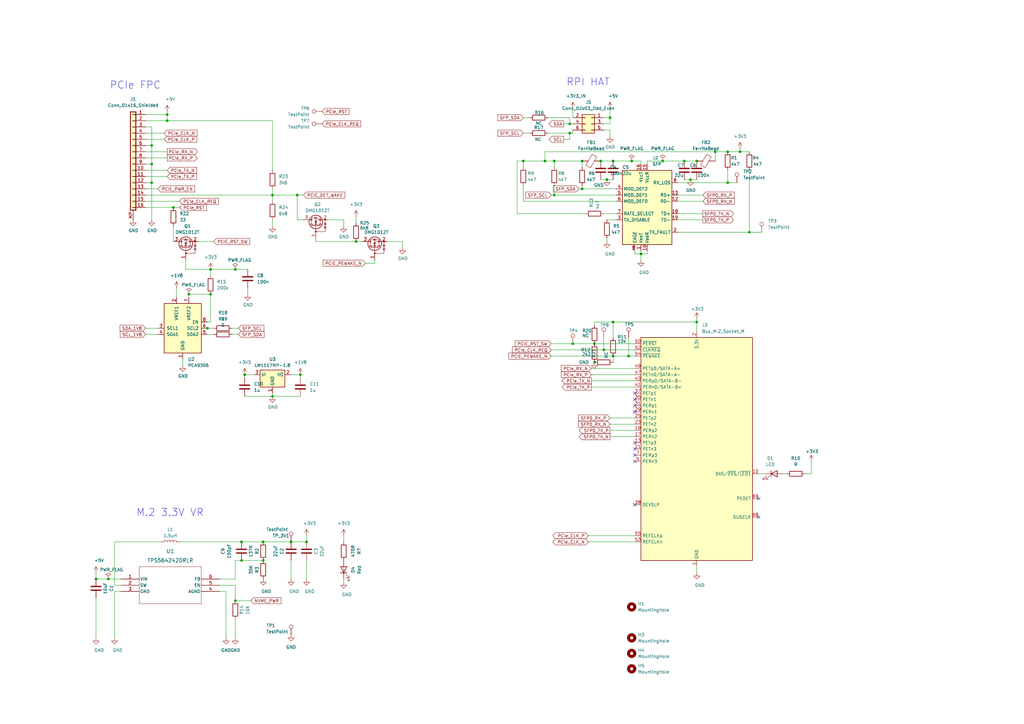
<source format=kicad_sch>
(kicad_sch (version 20250114) (generator "eeschema") (generator_version "9.0")
  (paper "A3")
  (title_block (title "RPI5-CFE-Hat") (date "2024-03-23") (company "Will Whang"))
  (text "PCIe FPC" (at 66.04 36.83 0) (effects (font (size 3 3)) (justify right bottom)))
  (text "M.2 3.3V VR" (at 55.88 212.09 0) (effects (font (size 3 3)) (justify left bottom)))
  (text "RPI HAT" (at 250.19 35.56 0) (effects (font (size 3 3)) (justify right bottom)))
  (junction (at 62.23 67.31))
  (junction (at 285.75 66.04))
  (junction (at 68.58 46.99))
  (junction (at 243.84 148.59))
  (junction (at 62.23 74.93))
  (junction (at 251.46 146.05))
  (junction (at 248.92 73.66))
  (junction (at 99.06 229.87))
  (junction (at 107.95 229.87))
  (junction (at 293.37 62.23))
  (junction (at 238.76 77.47))
  (junction (at 96.52 246.38))
  (junction (at 251.46 66.04))
  (junction (at 285.75 132.08))
  (junction (at 227.33 66.04))
  (junction (at 99.06 222.25))
  (junction (at 246.38 66.04))
  (junction (at 71.12 85.09))
  (junction (at 214.63 66.04))
  (junction (at 86.36 110.49))
  (junction (at 121.92 80.01))
  (junction (at 100.33 153.67))
  (junction (at 77.47 120.65))
  (junction (at 280.67 66.04))
  (junction (at 307.34 95.25))
  (junction (at 62.23 59.69))
  (junction (at 262.89 104.14))
  (junction (at 68.58 49.53))
  (junction (at 111.76 80.01))
  (junction (at 298.45 74.93))
  (junction (at 259.08 66.04))
  (junction (at 119.38 222.25))
  (junction (at 86.36 120.65))
  (junction (at 146.05 99.06))
  (junction (at 271.78 66.04))
  (junction (at 233.68 50.8))
  (junction (at 234.95 140.97))
  (junction (at 243.84 140.97))
  (junction (at 39.37 237.49))
  (junction (at 107.95 222.25))
  (junction (at 85.09 134.62))
  (junction (at 247.65 143.51))
  (junction (at 250.19 48.26))
  (junction (at 96.52 110.49))
  (junction (at 125.73 222.25))
  (junction (at 44.45 237.49))
  (junction (at 123.19 153.67))
  (junction (at 298.45 62.23))
  (junction (at 223.52 66.04))
  (junction (at 233.68 54.61))
  (junction (at 227.33 80.01))
  (junction (at 111.76 162.56))
  (junction (at 283.21 73.66))
  (junction (at 303.53 62.23))
  (junction (at 257.81 146.05))
  (junction (at 251.46 132.08))
  (junction (at 238.76 66.04))
  (no_connect (at 260.35 181.61))
  (no_connect (at 311.15 204.47))
  (no_connect (at 260.35 163.83))
  (no_connect (at 260.35 207.01))
  (no_connect (at 260.35 184.15))
  (no_connect (at 260.35 161.29))
  (no_connect (at 311.15 212.09))
  (no_connect (at 260.35 189.23))
  (no_connect (at 260.35 186.69))
  (no_connect (at 260.35 168.91))
  (no_connect (at 260.35 166.37))
  (wire (pts (xy 146.05 99.06) (xy 129.54 99.06)))
  (wire (pts (xy 247.65 50.8) (xy 250.19 50.8)))
  (wire (pts (xy 238.76 76.2) (xy 238.76 77.47)))
  (wire (pts (xy 59.69 69.85) (xy 68.58 69.85)))
  (wire (pts (xy 265.43 104.14) (xy 262.89 104.14)))
  (wire (pts (xy 307.34 95.25) (xy 307.34 69.85)))
  (wire (pts (xy 262.89 67.31) (xy 262.89 66.04)))
  (wire (pts (xy 265.43 102.87) (xy 265.43 104.14)))
  (wire (pts (xy 111.76 161.29) (xy 111.76 162.56)))
  (wire (pts (xy 247.65 53.34) (xy 250.19 53.34)))
  (wire (pts (xy 71.12 85.09) (xy 73.66 85.09)))
  (wire (pts (xy 96.52 229.87) (xy 99.06 229.87)))
  (wire (pts (xy 77.47 121.92) (xy 77.47 120.65)))
  (wire (pts (xy 86.36 110.49) (xy 86.36 113.03)))
  (wire (pts (xy 119.38 229.87) (xy 119.38 237.49)))
  (wire (pts (xy 251.46 146.05) (xy 251.46 148.59)))
  (wire (pts (xy 76.2 110.49) (xy 76.2 106.68)))
  (wire (pts (xy 260.35 143.51) (xy 247.65 143.51)))
  (wire (pts (xy 265.43 66.04) (xy 271.78 66.04)))
  (wire (pts (xy 72.39 118.11) (xy 72.39 121.92)))
  (wire (pts (xy 96.52 246.38) (xy 102.87 246.38)))
  (wire (pts (xy 283.21 73.66) (xy 285.75 73.66)))
  (wire (pts (xy 59.69 137.16) (xy 64.77 137.16)))
  (wire (pts (xy 223.52 62.23) (xy 293.37 62.23)))
  (wire (pts (xy 234.95 140.97) (xy 243.84 140.97)))
  (wire (pts (xy 243.84 132.08) (xy 243.84 133.35)))
  (wire (pts (xy 146.05 99.06) (xy 148.59 99.06)))
  (wire (pts (xy 68.58 49.53) (xy 68.58 46.99)))
  (wire (pts (xy 90.17 237.49) (xy 96.52 237.49)))
  (wire (pts (xy 214.63 66.04) (xy 214.63 68.58)))
  (wire (pts (xy 153.67 107.95) (xy 153.67 106.68)))
  (wire (pts (xy 303.53 62.23) (xy 307.34 62.23)))
  (wire (pts (xy 86.36 110.49) (xy 76.2 110.49)))
  (wire (pts (xy 234.95 48.26) (xy 234.95 44.45)))
  (wire (pts (xy 332.74 194.31) (xy 332.74 189.23)))
  (wire (pts (xy 285.75 135.89) (xy 285.75 132.08)))
  (wire (pts (xy 250.19 48.26) (xy 250.19 44.45)))
  (wire (pts (xy 250.19 171.45) (xy 260.35 171.45)))
  (wire (pts (xy 278.13 82.55) (xy 288.29 82.55)))
  (wire (pts (xy 119.38 222.25) (xy 125.73 222.25)))
  (wire (pts (xy 242.57 156.21) (xy 260.35 156.21)))
  (wire (pts (xy 237.49 77.47) (xy 238.76 77.47)))
  (wire (pts (xy 95.25 137.16) (xy 97.79 137.16)))
  (wire (pts (xy 298.45 74.93) (xy 302.26 74.93)))
  (wire (pts (xy 242.57 158.75) (xy 260.35 158.75)))
  (wire (pts (xy 285.75 232.41) (xy 285.75 234.95)))
  (wire (pts (xy 243.84 132.08) (xy 251.46 132.08)))
  (wire (pts (xy 246.38 73.66) (xy 248.92 73.66)))
  (wire (pts (xy 46.99 222.25) (xy 66.04 222.25)))
  (wire (pts (xy 278.13 87.63) (xy 288.29 87.63)))
  (wire (pts (xy 49.53 240.03) (xy 46.99 240.03)))
  (wire (pts (xy 100.33 153.67) (xy 104.14 153.67)))
  (wire (pts (xy 303.53 60.96) (xy 303.53 62.23)))
  (wire (pts (xy 214.63 66.04) (xy 212.09 66.04)))
  (wire (pts (xy 107.95 222.25) (xy 119.38 222.25)))
  (wire (pts (xy 251.46 146.05) (xy 226.06 146.05)))
  (wire (pts (xy 226.06 140.97) (xy 234.95 140.97)))
  (wire (pts (xy 86.36 120.65) (xy 86.36 132.08)))
  (wire (pts (xy 59.69 80.01) (xy 111.76 80.01)))
  (wire (pts (xy 165.1 99.06) (xy 165.1 101.6)))
  (wire (pts (xy 307.34 95.25) (xy 312.42 95.25)))
  (wire (pts (xy 59.69 72.39) (xy 68.58 72.39)))
  (wire (pts (xy 59.69 49.53) (xy 68.58 49.53)))
  (wire (pts (xy 243.84 140.97) (xy 260.35 140.97)))
  (wire (pts (xy 46.99 242.57) (xy 46.99 261.62)))
  (wire (pts (xy 81.28 99.06) (xy 87.63 99.06)))
  (wire (pts (xy 121.92 80.01) (xy 124.46 80.01)))
  (wire (pts (xy 86.36 110.49) (xy 96.52 110.49)))
  (wire (pts (xy 59.69 77.47) (xy 64.77 77.47)))
  (wire (pts (xy 95.25 134.62) (xy 97.79 134.62)))
  (wire (pts (xy 111.76 90.17) (xy 111.76 92.71)))
  (wire (pts (xy 146.05 88.9) (xy 146.05 91.44)))
  (wire (pts (xy 134.62 90.17) (xy 140.97 90.17)))
  (wire (pts (xy 92.71 242.57) (xy 92.71 261.62)))
  (wire (pts (xy 242.57 151.13) (xy 260.35 151.13)))
  (wire (pts (xy 86.36 132.08) (xy 85.09 132.08)))
  (wire (pts (xy 247.65 138.43) (xy 247.65 143.51)))
  (wire (pts (xy 242.57 153.67) (xy 260.35 153.67)))
  (wire (pts (xy 85.09 134.62) (xy 87.63 134.62)))
  (wire (pts (xy 71.12 92.71) (xy 71.12 99.06)))
  (wire (pts (xy 59.69 54.61) (xy 67.31 54.61)))
  (wire (pts (xy 96.52 254) (xy 96.52 261.62)))
  (wire (pts (xy 111.76 162.56) (xy 123.19 162.56)))
  (wire (pts (xy 214.63 48.26) (xy 217.17 48.26)))
  (wire (pts (xy 278.13 80.01) (xy 288.29 80.01)))
  (wire (pts (xy 90.17 240.03) (xy 96.52 240.03)))
  (wire (pts (xy 262.89 102.87) (xy 262.89 104.14)))
  (wire (pts (xy 96.52 240.03) (xy 96.52 246.38)))
  (wire (pts (xy 123.19 153.67) (xy 123.19 154.94)))
  (wire (pts (xy 121.92 90.17) (xy 124.46 90.17)))
  (wire (pts (xy 85.09 137.16) (xy 87.63 137.16)))
  (wire (pts (xy 100.33 153.67) (xy 100.33 154.94)))
  (wire (pts (xy 278.13 74.93) (xy 298.45 74.93)))
  (wire (pts (xy 62.23 67.31) (xy 62.23 74.93)))
  (wire (pts (xy 59.69 85.09) (xy 71.12 85.09)))
  (wire (pts (xy 246.38 66.04) (xy 251.46 66.04)))
  (wire (pts (xy 227.33 66.04) (xy 227.33 68.58)))
  (wire (pts (xy 251.46 132.08) (xy 251.46 138.43)))
  (wire (pts (xy 59.69 134.62) (xy 64.77 134.62)))
  (wire (pts (xy 248.92 90.17) (xy 252.73 90.17)))
  (wire (pts (xy 257.81 138.43) (xy 257.81 146.05)))
  (wire (pts (xy 330.2 194.31) (xy 332.74 194.31)))
  (wire (pts (xy 77.47 120.65) (xy 86.36 120.65)))
  (wire (pts (xy 125.73 222.25) (xy 125.73 219.71)))
  (wire (pts (xy 241.3 222.25) (xy 260.35 222.25)))
  (wire (pts (xy 68.58 46.99) (xy 68.58 45.72)))
  (wire (pts (xy 212.09 87.63) (xy 240.03 87.63)))
  (wire (pts (xy 96.52 237.49) (xy 96.52 229.87)))
  (wire (pts (xy 111.76 80.01) (xy 121.92 80.01)))
  (wire (pts (xy 227.33 76.2) (xy 227.33 80.01)))
  (wire (pts (xy 278.13 95.25) (xy 307.34 95.25)))
  (wire (pts (xy 125.73 229.87) (xy 125.73 237.49)))
  (wire (pts (xy 59.69 59.69) (xy 62.23 59.69)))
  (wire (pts (xy 311.15 194.31) (xy 313.69 194.31)))
  (wire (pts (xy 293.37 62.23) (xy 293.37 66.04)))
  (wire (pts (xy 111.76 80.01) (xy 111.76 82.55)))
  (wire (pts (xy 233.68 50.8) (xy 234.95 50.8)))
  (wire (pts (xy 298.45 74.93) (xy 298.45 69.85)))
  (wire (pts (xy 62.23 52.07) (xy 62.23 59.69)))
  (wire (pts (xy 99.06 229.87) (xy 107.95 229.87)))
  (wire (pts (xy 121.92 80.01) (xy 121.92 90.17)))
  (wire (pts (xy 99.06 222.25) (xy 107.95 222.25)))
  (wire (pts (xy 73.66 222.25) (xy 99.06 222.25)))
  (wire (pts (xy 298.45 62.23) (xy 293.37 62.23)))
  (wire (pts (xy 44.45 237.49) (xy 49.53 237.49)))
  (wire (pts (xy 233.68 48.26) (xy 233.68 50.8)))
  (wire (pts (xy 223.52 66.04) (xy 227.33 66.04)))
  (wire (pts (xy 233.68 48.26) (xy 224.79 48.26)))
  (wire (pts (xy 101.6 118.11) (xy 101.6 120.65)))
  (wire (pts (xy 90.17 242.57) (xy 92.71 242.57)))
  (wire (pts (xy 259.08 66.04) (xy 262.89 66.04)))
  (wire (pts (xy 250.19 50.8) (xy 250.19 48.26)))
  (wire (pts (xy 74.93 147.32) (xy 74.93 149.86)))
  (wire (pts (xy 140.97 219.71) (xy 140.97 222.25)))
  (wire (pts (xy 39.37 237.49) (xy 44.45 237.49)))
  (wire (pts (xy 129.54 99.06) (xy 129.54 97.79)))
  (wire (pts (xy 111.76 77.47) (xy 111.76 80.01)))
  (wire (pts (xy 247.65 87.63) (xy 252.73 87.63)))
  (wire (pts (xy 248.92 97.79) (xy 248.92 99.06)))
  (wire (pts (xy 59.69 57.15) (xy 67.31 57.15)))
  (wire (pts (xy 140.97 90.17) (xy 140.97 92.71)))
  (wire (pts (xy 212.09 66.04) (xy 212.09 87.63)))
  (wire (pts (xy 158.75 99.06) (xy 165.1 99.06)))
  (wire (pts (xy 49.53 242.57) (xy 46.99 242.57)))
  (wire (pts (xy 271.78 66.04) (xy 280.67 66.04)))
  (wire (pts (xy 238.76 66.04) (xy 238.76 68.58)))
  (wire (pts (xy 149.86 107.95) (xy 153.67 107.95)))
  (wire (pts (xy 247.65 48.26) (xy 250.19 48.26)))
  (wire (pts (xy 68.58 49.53) (xy 111.76 49.53)))
  (wire (pts (xy 260.35 179.07) (xy 250.19 179.07)))
  (wire (pts (xy 233.68 54.61) (xy 234.95 54.61)))
  (wire (pts (xy 46.99 240.03) (xy 46.99 222.25)))
  (wire (pts (xy 226.06 143.51) (xy 247.65 143.51)))
  (wire (pts (xy 214.63 66.04) (xy 223.52 66.04)))
  (wire (pts (xy 96.52 110.49) (xy 101.6 110.49)))
  (wire (pts (xy 100.33 162.56) (xy 111.76 162.56)))
  (wire (pts (xy 231.14 50.8) (xy 233.68 50.8)))
  (wire (pts (xy 140.97 237.49) (xy 140.97 238.76)))
  (wire (pts (xy 251.46 146.05) (xy 257.81 146.05)))
  (wire (pts (xy 234.95 54.61) (xy 234.95 53.34)))
  (wire (pts (xy 223.52 62.23) (xy 223.52 66.04)))
  (wire (pts (xy 265.43 66.04) (xy 265.43 67.31)))
  (wire (pts (xy 59.69 62.23) (xy 68.58 62.23)))
  (wire (pts (xy 285.75 132.08) (xy 285.75 130.81)))
  (wire (pts (xy 39.37 245.11) (xy 39.37 261.62)))
  (wire (pts (xy 248.92 73.66) (xy 251.46 73.66)))
  (wire (pts (xy 111.76 49.53) (xy 111.76 69.85)))
  (wire (pts (xy 321.31 194.31) (xy 322.58 194.31)))
  (wire (pts (xy 59.69 82.55) (xy 73.66 82.55)))
  (wire (pts (xy 241.3 219.71) (xy 260.35 219.71)))
  (wire (pts (xy 227.33 80.01) (xy 252.73 80.01)))
  (wire (pts (xy 59.69 67.31) (xy 62.23 67.31)))
  (wire (pts (xy 298.45 62.23) (xy 303.53 62.23)))
  (wire (pts (xy 59.69 46.99) (xy 68.58 46.99)))
  (wire (pts (xy 257.81 146.05) (xy 260.35 146.05)))
  (wire (pts (xy 214.63 82.55) (xy 214.63 76.2)))
  (wire (pts (xy 262.89 104.14) (xy 260.35 104.14)))
  (wire (pts (xy 83.82 134.62) (xy 85.09 134.62)))
  (wire (pts (xy 119.38 153.67) (xy 123.19 153.67)))
  (wire (pts (xy 260.35 176.53) (xy 250.19 176.53)))
  (wire (pts (xy 226.06 80.01) (xy 227.33 80.01)))
  (wire (pts (xy 278.13 90.17) (xy 288.29 90.17)))
  (wire (pts (xy 62.23 74.93) (xy 62.23 90.17)))
  (wire (pts (xy 250.19 173.99) (xy 260.35 173.99)))
  (wire (pts (xy 59.69 74.93) (xy 62.23 74.93)))
  (wire (pts (xy 224.79 54.61) (xy 233.68 54.61)))
  (wire (pts (xy 251.46 66.04) (xy 259.08 66.04)))
  (wire (pts (xy 260.35 104.14) (xy 260.35 102.87)))
  (wire (pts (xy 250.19 53.34) (xy 250.19 55.88)))
  (wire (pts (xy 227.33 66.04) (xy 238.76 66.04)))
  (wire (pts (xy 280.67 66.04) (xy 285.75 66.04)))
  (wire (pts (xy 280.67 73.66) (xy 283.21 73.66)))
  (wire (pts (xy 214.63 54.61) (xy 217.17 54.61)))
  (wire (pts (xy 233.68 57.15) (xy 233.68 54.61)))
  (wire (pts (xy 238.76 77.47) (xy 252.73 77.47)))
  (wire (pts (xy 251.46 132.08) (xy 285.75 132.08)))
  (wire (pts (xy 59.69 64.77) (xy 68.58 64.77)))
  (wire (pts (xy 262.89 104.14) (xy 262.89 106.68)))
  (wire (pts (xy 252.73 82.55) (xy 214.63 82.55)))
  (wire (pts (xy 62.23 59.69) (xy 62.23 67.31)))
  (wire (pts (xy 231.14 57.15) (xy 233.68 57.15)))
  (wire (pts (xy 59.69 52.07) (xy 62.23 52.07)))
  (wire (pts (xy 39.37 234.95) (xy 39.37 237.49)))
  (global_label "PCIe_CLK_N" (shape input) (at 67.31 54.61 0) (property "Intersheetrefs" "${INTERSHEET_REFS}" (effects (hide yes))))
  (global_label "NVME_PWR" (shape input) (at 102.87 246.38 0) (property "Intersheetrefs" "${INTERSHEET_REFS}" (effects (hide yes))))
  (global_label "SCL" (shape output) (at 231.14 57.15 180) (property "Intersheetrefs" "${INTERSHEET_REFS}" (effects (hide yes))))
  (global_label "SFP_SDA" (shape input) (at 237.49 77.47 180) (property "Intersheetrefs" "${INTERSHEET_REFS}" (effects (hide yes))))
  (global_label "SFP_SCL" (shape input) (at 226.06 80.01 180) (property "Intersheetrefs" "${INTERSHEET_REFS}" (effects (hide yes))))
  (global_label "SFP_SCL" (shape input) (at 97.79 134.62 0) (property "Intersheetrefs" "${INTERSHEET_REFS}" (effects (hide yes))))
  (global_label "PCIe_RST" (shape input) (at 132.08 45.72 0) (property "Intersheetrefs" "${INTERSHEET_REFS}" (effects (hide yes))))
  (global_label "PCIE_RST_SW" (shape input) (at 87.63 99.06 0) (property "Intersheetrefs" "${INTERSHEET_REFS}" (effects (hide yes))))
  (global_label "PCIe_TX_N" (shape output) (at 242.57 156.21 180) (property "Intersheetrefs" "${INTERSHEET_REFS}" (effects (hide yes))))
  (global_label "PCIE_RST_SW" (shape input) (at 226.06 140.97 180) (property "Intersheetrefs" "${INTERSHEET_REFS}" (effects (hide yes))))
  (global_label "PCIe_CLK_P" (shape bidirectional) (at 241.3 219.71 180) (property "Intersheetrefs" "${INTERSHEET_REFS}" (effects (hide yes))))
  (global_label "PCIe_CLK_REQ" (shape input) (at 132.08 50.8 0) (property "Intersheetrefs" "${INTERSHEET_REFS}" (effects (hide yes))))
  (global_label "PCIe_TX_P" (shape output) (at 242.57 158.75 180) (property "Intersheetrefs" "${INTERSHEET_REFS}" (effects (hide yes))))
  (global_label "SFP_SDA" (shape input) (at 214.63 48.26 180) (property "Intersheetrefs" "${INTERSHEET_REFS}" (effects (hide yes))))
  (global_label "PCIe_TX_P" (shape input) (at 68.58 72.39 0) (property "Intersheetrefs" "${INTERSHEET_REFS}" (effects (hide yes))))
  (global_label "SFP0_RX_N" (shape input) (at 288.29 82.55 0) (property "Intersheetrefs" "${INTERSHEET_REFS}" (effects (hide yes))))
  (global_label "PCIe_CLK_N" (shape bidirectional) (at 241.3 222.25 180) (property "Intersheetrefs" "${INTERSHEET_REFS}" (effects (hide yes))))
  (global_label "SFP_SCL" (shape input) (at 214.63 54.61 180) (property "Intersheetrefs" "${INTERSHEET_REFS}" (effects (hide yes))))
  (global_label "PCIE_PEWAKE_N" (shape input) (at 149.86 107.95 180) (property "Intersheetrefs" "${INTERSHEET_REFS}" (effects (hide yes))))
  (global_label "PCIe_CLK_REQ" (shape input) (at 73.66 82.55 0) (property "Intersheetrefs" "${INTERSHEET_REFS}" (effects (hide yes))))
  (global_label "SFP0_TX_P" (shape output) (at 250.19 176.53 180) (property "Intersheetrefs" "${INTERSHEET_REFS}" (effects (hide yes))))
  (global_label "PCIe_TX_N" (shape input) (at 68.58 69.85 0) (property "Intersheetrefs" "${INTERSHEET_REFS}" (effects (hide yes))))
  (global_label "SFP0_RX_P" (shape input) (at 288.29 80.01 0) (property "Intersheetrefs" "${INTERSHEET_REFS}" (effects (hide yes))))
  (global_label "SDA" (shape output) (at 231.14 50.8 180) (property "Intersheetrefs" "${INTERSHEET_REFS}" (effects (hide yes))))
  (global_label "PCIE_PWR_EN" (shape input) (at 64.77 77.47 0) (property "Intersheetrefs" "${INTERSHEET_REFS}" (effects (hide yes))))
  (global_label "PCIe_RST" (shape input) (at 73.66 85.09 0) (property "Intersheetrefs" "${INTERSHEET_REFS}" (effects (hide yes))))
  (global_label "SFP0_TX_N" (shape output) (at 288.29 87.63 0) (property "Intersheetrefs" "${INTERSHEET_REFS}" (effects (hide yes))))
  (global_label "SFP0_RX_N" (shape input) (at 250.19 173.99 180) (property "Intersheetrefs" "${INTERSHEET_REFS}" (effects (hide yes))))
  (global_label "PCIe_CLK_REQ" (shape input) (at 226.06 143.51 180) (property "Intersheetrefs" "${INTERSHEET_REFS}" (effects (hide yes))))
  (global_label "PCIe_RX_P" (shape input) (at 242.57 153.67 180) (property "Intersheetrefs" "${INTERSHEET_REFS}" (effects (hide yes))))
  (global_label "PCIe_RX_P" (shape output) (at 68.58 64.77 0) (property "Intersheetrefs" "${INTERSHEET_REFS}" (effects (hide yes))))
  (global_label "PCIe_RX_N" (shape output) (at 68.58 62.23 0) (property "Intersheetrefs" "${INTERSHEET_REFS}" (effects (hide yes))))
  (global_label "SFP0_TX_N" (shape output) (at 250.19 179.07 180) (property "Intersheetrefs" "${INTERSHEET_REFS}" (effects (hide yes))))
  (global_label "PCIe_CLK_P" (shape input) (at 67.31 57.15 0) (property "Intersheetrefs" "${INTERSHEET_REFS}" (effects (hide yes))))
  (global_label "PCIE_PEWAKE_N" (shape input) (at 226.06 146.05 180) (property "Intersheetrefs" "${INTERSHEET_REFS}" (effects (hide yes))))
  (global_label "SFP0_TX_P" (shape output) (at 288.29 90.17 0) (property "Intersheetrefs" "${INTERSHEET_REFS}" (effects (hide yes))))
  (global_label "SFP0_RX_P" (shape input) (at 250.19 171.45 180) (property "Intersheetrefs" "${INTERSHEET_REFS}" (effects (hide yes))))
  (global_label "SCL_1V8" (shape input) (at 59.69 137.16 180) (property "Intersheetrefs" "${INTERSHEET_REFS}" (effects (hide yes))))
  (global_label "PCIE_DET_WAKE" (shape input) (at 124.46 80.01 0) (property "Intersheetrefs" "${INTERSHEET_REFS}" (effects (hide yes))))
  (global_label "PCIe_RX_N" (shape input) (at 242.57 151.13 180) (property "Intersheetrefs" "${INTERSHEET_REFS}" (effects (hide yes))))
  (global_label "SDA_1V8" (shape input) (at 59.69 134.62 180) (property "Intersheetrefs" "${INTERSHEET_REFS}" (effects (hide yes))))
  (global_label "SFP_SDA" (shape input) (at 97.79 137.16 0) (property "Intersheetrefs" "${INTERSHEET_REFS}" (effects (hide yes))))
  (symbol (lib_id "Interface:PCA9306") (at 74.93 134.62 0) (unit 1)
    (property "Reference" "U2" (at 77.0733 147.32 0) (effects (justify left)))
    (property "Value" "PCA9306" (at 77.0733 149.86 0) (effects (justify left)))
    (property "Footprint" "Package_SO:Texas_DGN0008B_VSSOP-8-1EP_3x3mm_P0.65mm_EP2x3mm_Mask1.88x1.98mm" (effects (hide yes)))
    (property "Datasheet" "http://www.ti.com/lit/ds/symlink/pca9306.pdf" (effects (hide yes)))
    (property "Description" "Dual bidirectional I2C Bus and SMBus voltage level translator" (effects (hide yes)))
  )
  (symbol (lib_id "power:GND") (at 96.52 261.62 0) (mirror y) (unit 1)
    (property "Reference" "#PWR0120" (effects (hide yes)))
    (property "Value" "GND" (at 96.52 266.7 0))
  )
  (symbol (lib_id "Device:C") (at 280.67 69.85 0) (unit 1)
    (property "Reference" "C7" (at 277.876 67.818 0) (effects (justify left)))
    (property "Value" "22u" (at 276.606 71.882 0) (effects (justify left)))
    (property "Footprint" "Capacitor_SMD:C_0603_1608Metric_Pad1.08x0.95mm_HandSolder" (effects (hide yes)))
    (property "Description" "Unpolarized capacitor" (effects (hide yes)))
  )
  (symbol (lib_id "Device:R") (at 111.76 86.36 0) (unit 1)
    (property "Reference" "R24" (at 114.3 85.0899 0) (effects (justify left)))
    (property "Value" "6k8" (at 114.3 87.6299 0) (effects (justify left)))
    (property "Footprint" "Resistor_SMD:R_0402_1005Metric_Pad0.72x0.64mm_HandSolder" (effects (hide yes)))
    (property "Description" "Resistor" (effects (hide yes)))
  )
  (symbol (lib_id "Interface_Optical:SFP") (at 265.43 85.09 0) (unit 1)
    (property "Reference" "J2" (at 267.5733 64.77 0) (effects (justify left)))
    (property "Value" "SFP" (at 267.5733 67.31 0) (effects (justify left)))
    (property "Footprint" "Connector:Connector_SFP_and_Cage" (effects (hide yes)))
    (property "Datasheet" "http://www.10gtek.com/templates/wzten/pdf/INF-8074.pdf" (effects (hide yes)))
    (property "Description" "Connector for Small Form Factor Pluggable (SFP) module, 1 Gbit/s, serial-to-serial data-agnostic optical transceiver" (effects (hide yes)))
  )
  (symbol (lib_id "power:GND") (at 250.19 55.88 0) (unit 1)
    (property "Reference" "#PWR0153" (effects (hide yes)))
    (property "Value" "GND" (at 250.317 60.2742 0))
  )
  (symbol (lib_id "Device:R") (at 107.95 233.68 0) (unit 1)
    (property "Reference" "R3" (at 105.41 233.68 90))
    (property "Value" "30K" (at 102.87 233.68 90))
    (property "Footprint" "Resistor_SMD:R_0402_1005Metric" (effects (hide yes)))
  )
  (symbol (lib_id "Device:R") (at 71.12 88.9 0) (unit 1)
    (property "Reference" "R22" (at 73.66 87.6299 0) (effects (justify left)))
    (property "Value" "33" (at 73.66 90.1699 0) (effects (justify left)))
    (property "Footprint" "Resistor_SMD:R_0402_1005Metric_Pad0.72x0.64mm_HandSolder" (effects (hide yes)))
    (property "Description" "Resistor" (effects (hide yes)))
  )
  (symbol (lib_id "power:GND") (at 92.71 261.62 0) (mirror y) (unit 1)
    (property "Reference" "#PWR0118" (effects (hide yes)))
    (property "Value" "GND" (at 92.71 266.7 0))
  )
  (symbol (lib_id "Device:FerriteBead") (at 289.56 66.04 90) (unit 1)
    (property "Reference" "FB2" (at 289.5092 58.42 90))
    (property "Value" "FerriteBead" (at 289.5092 60.96 90))
    (property "Footprint" "Inductor_SMD:L_0603_1608Metric_Pad1.05x0.95mm_HandSolder" (effects (hide yes)))
    (property "Description" "Ferrite bead" (effects (hide yes)))
  )
  (symbol (lib_id "power:GND") (at 107.95 237.49 0) (unit 1)
    (property "Reference" "#PWR0126" (effects (hide yes)))
    (property "Value" "GND" (at 109.22 242.57 0))
  )
  (symbol (lib_id "Device:C") (at 39.37 241.3 0) (unit 1)
    (property "Reference" "C1" (at 45.72 241.3 90))
    (property "Value" "10uF" (at 43.18 241.3 90))
    (property "Footprint" "Capacitor_SMD:C_0805_2012Metric" (effects (hide yes)))
  )
  (symbol (lib_id "Device:C") (at 101.6 114.3 0) (unit 1)
    (property "Reference" "C8" (at 105.41 113.0299 0) (effects (justify left)))
    (property "Value" "100n" (at 105.41 115.5699 0) (effects (justify left)))
    (property "Footprint" "Capacitor_SMD:C_0402_1005Metric_Pad0.74x0.62mm_HandSolder" (effects (hide yes)))
    (property "Description" "Unpolarized capacitor" (effects (hide yes)))
  )
  (symbol (lib_id "Device:L") (at 69.85 222.25 90) (unit 1)
    (property "Reference" "L1" (at 69.85 217.17 90))
    (property "Value" "1.5uH" (at 69.85 219.71 90))
    (property "Footprint" "Inductor_SMD:L_Vishay_IHLP-2020" (effects (hide yes)))
  )
  (symbol (lib_id "power:GND") (at 248.92 99.06 0) (unit 1)
    (property "Reference" "#PWR0155" (effects (hide yes)))
    (property "Value" "GND" (at 250.19 104.14 0))
  )
  (symbol (lib_id "Device:C") (at 246.38 69.85 0) (unit 1)
    (property "Reference" "C4" (at 250.19 68.5799 0) (effects (justify left)))
    (property "Value" "100n" (at 250.19 71.1199 0) (effects (justify left)))
    (property "Footprint" "Capacitor_SMD:C_0402_1005Metric_Pad0.74x0.62mm_HandSolder" (effects (hide yes)))
    (property "Description" "Unpolarized capacitor" (effects (hide yes)))
  )
  (symbol (lib_id "power:PWR_FLAG") (at 44.45 237.49 0) (unit 1)
    (property "Reference" "#FLG03" (effects (hide yes)))
    (property "Value" "PWR_FLAG" (at 45.72 233.68 0))
    (property "Description" "Special symbol for telling ERC where power comes from" (effects (hide yes)))
  )
  (symbol (lib_name "+3V3_1") (lib_id "power:+3V3") (at 100.33 153.67 0) (unit 1)
    (property "Reference" "#PWR05" (effects (hide yes)))
    (property "Value" "+3V3" (at 100.33 148.59 0))
    (property "Description" "Power symbol creates a global label with name \"+3V3\"" (effects (hide yes)))
  )
  (symbol (lib_id "Device:C") (at 100.33 158.75 0) (unit 1)
    (property "Reference" "C10" (at 104.14 157.4799 0) (effects (justify left)))
    (property "Value" "1u" (at 104.14 160.0199 0) (effects (justify left)))
    (property "Footprint" "Capacitor_SMD:C_0402_1005Metric_Pad0.74x0.62mm_HandSolder" (effects (hide yes)))
    (property "Description" "Unpolarized capacitor" (effects (hide yes)))
  )
  (symbol (lib_id "power:GND") (at 248.92 73.66 0) (unit 1)
    (property "Reference" "#PWR0160" (effects (hide yes)))
    (property "Value" "GND" (at 245.618 75.946 0))
  )
  (symbol (lib_id "Device:R") (at 307.34 66.04 180) (unit 1)
    (property "Reference" "R4" (at 308.61 64.77 0) (effects (justify right)))
    (property "Value" "4k7" (at 308.864 67.31 0) (effects (justify right)))
    (property "Footprint" "Resistor_SMD:R_0402_1005Metric_Pad0.72x0.64mm_HandSolder" (effects (hide yes)))
    (property "Description" "Resistor" (effects (hide yes)))
  )
  (symbol (lib_id "Device:R") (at 227.33 72.39 180) (unit 1)
    (property "Reference" "R8" (at 228.854 71.12 0) (effects (justify right)))
    (property "Value" "4k7" (at 228.854 73.66 0) (effects (justify right)))
    (property "Footprint" "Resistor_SMD:R_0402_1005Metric_Pad0.72x0.64mm_HandSolder" (effects (hide yes)))
    (property "Description" "Resistor" (effects (hide yes)))
  )
  (symbol (lib_id "power:PWR_FLAG") (at 271.78 66.04 0) (unit 1)
    (property "Reference" "#FLG04" (effects (hide yes)))
    (property "Value" "PWR_FLAG" (at 271.78 60.96 0))
    (property "Description" "Special symbol for telling ERC where power comes from" (effects (hide yes)))
  )
  (symbol (lib_id "Connector:TestPoint") (at 132.08 50.8 90) (mirror x) (unit 1)
    (property "Reference" "TP7" (at 127 49.53 90) (effects (justify left)))
    (property "Value" "TestPoint" (at 127 52.07 90) (effects (justify left)))
    (property "Footprint" "TestPoint:TestPoint_Pad_D1.0mm" (effects (hide yes)))
  )
  (symbol (lib_id "Mechanical:MountingHole") (at 259.08 267.97 0) (unit 1)
    (property "Reference" "H4" (at 261.62 266.6999 0) (effects (justify left)))
    (property "Value" "MountingHole" (at 261.62 269.2399 0) (effects (justify left)))
    (property "Footprint" "MountingHole:MountingHole_2.7mm_M2.5" (effects (hide yes)))
  )
  (symbol (lib_id "Connector:TestPoint") (at 234.95 140.97 0) (unit 1)
    (property "Reference" "TP4" (at 233.426 135.636 0) (effects (justify left)))
    (property "Value" "TestPoint" (effects (hide yes)))
    (property "Footprint" "TestPoint:TestPoint_Pad_D1.5mm" (effects (hide yes)))
    (property "Description" "test point" (effects (hide yes)))
  )
  (symbol (lib_id "power:GND") (at 125.73 237.49 0) (unit 1)
    (property "Reference" "#PWR0124" (effects (hide yes)))
    (property "Value" "GND" (at 127 242.57 0))
  )
  (symbol (lib_id "Device:R") (at 326.39 194.31 90) (unit 1)
    (property "Reference" "R10" (at 326.39 187.96 90))
    (property "Value" "R" (at 326.39 190.5 90))
    (property "Footprint" "Resistor_SMD:R_0402_1005Metric_Pad0.72x0.64mm_HandSolder" (effects (hide yes)))
    (property "Description" "Resistor" (effects (hide yes)))
  )
  (symbol (lib_id "power:GND") (at 283.21 73.66 0) (unit 1)
    (property "Reference" "#PWR0161" (effects (hide yes)))
    (property "Value" "GND" (at 283.337 78.0542 0))
  )
  (symbol (lib_id "power:PWR_FLAG") (at 259.08 66.04 0) (unit 1)
    (property "Reference" "#FLG05" (effects (hide yes)))
    (property "Value" "PWR_FLAG" (at 259.08 60.96 0))
    (property "Description" "Special symbol for telling ERC where power comes from" (effects (hide yes)))
  )
  (symbol (lib_id "Connector:TestPoint") (at 119.38 260.35 0) (unit 1)
    (property "Reference" "TP1" (at 109.22 256.54 0) (effects (justify left)))
    (property "Value" "TestPoint" (at 109.22 259.08 0) (effects (justify left)))
    (property "Footprint" "TestPoint:TestPoint_Pad_D1.0mm" (effects (hide yes)))
  )
  (symbol (lib_id "power:+5V") (at 68.58 45.72 0) (unit 1)
    (property "Reference" "#PWR0101" (effects (hide yes)))
    (property "Value" "+5V" (at 69.85 40.64 0))
  )
  (symbol (lib_id "2023-07-20_06-48-40:TPS564242DRLR") (at 49.53 237.49 0) (unit 1)
    (property "Reference" "U1" (at 69.85 226.06 0) (effects (font (size 1.524 1.524))))
    (property "Value" "TPS564242DRLR" (at 69.85 229.87 0) (effects (font (size 1.524 1.524))))
    (property "Footprint" "footprint:TPS564242DRLR_TEX" (effects (hide yes)))
    (property "Datasheet" "TPS564242DRLR" (effects (hide yes)))
  )
  (symbol (lib_id "Connector_Generic:Conn_02x03_Odd_Even") (at 242.57 50.8 0) (mirror y) (unit 1)
    (property "Reference" "J5" (at 241.3 41.91 0))
    (property "Value" "Conn_02x03_Odd_Even" (at 241.3 44.45 0))
    (property "Footprint" "Connector_PinSocket_2.54mm:PinSocket_2x03_P2.54mm_Vertical" (effects (hide yes)))
  )
  (symbol (lib_id "Device:C") (at 251.46 69.85 0) (unit 1)
    (property "Reference" "C5" (at 255.27 68.5799 0) (effects (justify left)))
    (property "Value" "22u" (at 255.27 71.1199 0) (effects (justify left)))
    (property "Footprint" "Capacitor_SMD:C_0603_1608Metric_Pad1.08x0.95mm_HandSolder" (effects (hide yes)))
    (property "Description" "Unpolarized capacitor" (effects (hide yes)))
  )
  (symbol (lib_id "power:GND") (at 74.93 149.86 0) (unit 1)
    (property "Reference" "#PWR04" (effects (hide yes)))
    (property "Value" "GND" (at 75.057 154.2542 0))
  )
  (symbol (lib_id "Device:R") (at 243.84 137.16 180) (unit 1)
    (property "Reference" "R20" (at 238.76 135.636 0) (effects (justify right)))
    (property "Value" "NC" (at 238.76 137.668 0) (effects (justify right)))
    (property "Footprint" "Resistor_SMD:R_0402_1005Metric_Pad0.72x0.64mm_HandSolder" (effects (hide yes)))
    (property "Description" "Resistor" (effects (hide yes)))
  )
  (symbol (lib_id "Device:R") (at 107.95 226.06 0) (unit 1)
    (property "Reference" "R2" (at 105.41 226.06 90))
    (property "Value" "137K" (at 102.87 226.06 90))
    (property "Footprint" "Resistor_SMD:R_0402_1005Metric" (effects (hide yes)))
  )
  (symbol (lib_name "LED_1") (lib_id "Device:LED") (at 317.5 194.31 0) (unit 1)
    (property "Reference" "D1" (at 315.9125 187.96 0))
    (property "Value" "LED" (at 315.9125 190.5 0))
    (property "Footprint" "LED_SMD:LED_0603_1608Metric_Pad1.05x0.95mm_HandSolder" (effects (hide yes)))
    (property "Description" "Light emitting diode" (effects (hide yes)))
    (property "Sim.Pins" "1=K 2=A" (effects (hide yes)))
  )
  (symbol (lib_id "Mechanical:MountingHole") (at 259.08 248.92 0) (unit 1)
    (property "Reference" "H1" (at 261.62 247.6499 0) (effects (justify left)))
    (property "Value" "MountingHole" (at 261.62 250.1899 0) (effects (justify left)))
    (property "Footprint" "MountingHole:MountingHole_2.7mm_M2.5" (effects (hide yes)))
  )
  (symbol (lib_id "Connector:Bus_M.2_Socket_M") (at 285.75 184.15 0) (unit 1)
    (property "Reference" "J3" (at 287.8933 133.35 0) (effects (justify left)))
    (property "Value" "Bus_M.2_Socket_M" (at 287.8933 135.89 0) (effects (justify left)))
    (property "Footprint" "MyKiCadLibs:Conn_TE-M.2-0.5-67P-doublesided" (effects (hide yes)))
    (property "Datasheet" "https://web.archive.org/web/20200613074028/http://read.pudn.com/downloads794/doc/project/3133918/PCIe_M.2_Electromechanical_Spec_Rev1.0_Final_11012013_RS_Clean.pdf#page=155" (effects (hide yes)))
    (property "Description" "M.2 Socket 3 Mechanical Key M" (effects (hide yes)))
  )
  (symbol (lib_id "power:+3V3_STB") (at 285.75 130.81 0) (unit 1)
    (property "Reference" "#PWR0158" (effects (hide yes)))
    (property "Value" "+3V3" (at 286.004 126.746 0))
  )
  (symbol (lib_id "Connector:TestPoint") (at 132.08 45.72 90) (mirror x) (unit 1)
    (property "Reference" "TP6" (at 127 44.45 90) (effects (justify left)))
    (property "Value" "TestPoint" (at 127 46.99 90) (effects (justify left)))
    (property "Footprint" "TestPoint:TestPoint_Pad_D1.0mm" (effects (hide yes)))
  )
  (symbol (lib_id "power:PWR_FLAG") (at 77.47 120.65 0) (unit 1)
    (property "Reference" "#FLG01" (effects (hide yes)))
    (property "Value" "PWR_FLAG" (at 79.248 116.84 0))
    (property "Description" "Special symbol for telling ERC where power comes from" (effects (hide yes)))
  )
  (symbol (lib_id "power:+5V") (at 39.37 234.95 0) (unit 1)
    (property "Reference" "#PWR0121" (effects (hide yes)))
    (property "Value" "+5V" (at 40.64 229.87 0))
  )
  (symbol (lib_id "power:+3V3_STB") (at 332.74 189.23 0) (unit 1)
    (property "Reference" "#PWR0157" (effects (hide yes)))
    (property "Value" "+3V3" (at 332.994 185.166 0))
  )
  (symbol (lib_id "power:GND") (at 140.97 238.76 0) (unit 1)
    (property "Reference" "#PWR0129" (effects (hide yes)))
    (property "Value" "GND" (at 142.24 243.84 0))
  )
  (symbol (lib_id "Device:R") (at 248.92 93.98 180) (unit 1)
    (property "Reference" "R5" (at 251.46 92.7099 0) (effects (justify right)))
    (property "Value" "4k7" (at 250.698 95.25 0) (effects (justify right)))
    (property "Footprint" "Resistor_SMD:R_0402_1005Metric_Pad0.72x0.64mm_HandSolder" (effects (hide yes)))
    (property "Description" "Resistor" (effects (hide yes)))
  )
  (symbol (lib_id "power:GND") (at 46.99 261.62 0) (unit 1)
    (property "Reference" "#PWR0122" (effects (hide yes)))
    (property "Value" "GND" (at 48.26 266.7 0))
  )
  (symbol (lib_id "Device:R") (at 238.76 72.39 180) (unit 1)
    (property "Reference" "R6" (at 241.3 71.1199 0) (effects (justify right)))
    (property "Value" "4k7" (at 240.538 73.66 0) (effects (justify right)))
    (property "Footprint" "Resistor_SMD:R_0402_1005Metric_Pad0.72x0.64mm_HandSolder" (effects (hide yes)))
    (property "Description" "Resistor" (effects (hide yes)))
  )
  (symbol (lib_id "power:GND") (at 165.1 101.6 0) (unit 1)
    (property "Reference" "#PWR011" (effects (hide yes)))
    (property "Value" "GND" (at 165.227 105.9942 0))
  )
  (symbol (lib_id "Transistor_FET:DMG1012T") (at 153.67 101.6 90) (unit 1)
    (property "Reference" "Q3" (at 154.3685 92.71 90))
    (property "Value" "DMG1012T" (at 154.3685 95.25 90))
    (property "Footprint" "Package_TO_SOT_SMD:SOT-523" (effects (hide yes)))
    (property "Datasheet" "https://www.diodes.com/assets/Datasheets/ds31783.pdf" (effects (hide yes)))
    (property "Description" "20V Vds, 0.63 Id, N-Channel MOSFET with ESD protection, SOT-523" (effects (hide yes)))
  )
  (symbol (lib_id "power:GND") (at 111.76 92.71 0) (unit 1)
    (property "Reference" "#PWR08" (effects (hide yes)))
    (property "Value" "GND" (at 111.887 97.1042 0))
  )
  (symbol (lib_id "power:GND") (at 39.37 261.62 0) (unit 1)
    (property "Reference" "#PWR0123" (effects (hide yes)))
    (property "Value" "GND" (at 40.64 266.7 0))
  )
  (symbol (lib_id "Device:R") (at 214.63 72.39 180) (unit 1)
    (property "Reference" "R9" (at 216.408 71.12 0) (effects (justify right)))
    (property "Value" "4k7" (at 216.408 73.66 0) (effects (justify right)))
    (property "Footprint" "Resistor_SMD:R_0402_1005Metric_Pad0.72x0.64mm_HandSolder" (effects (hide yes)))
    (property "Description" "Resistor" (effects (hide yes)))
  )
  (symbol (lib_id "Device:C") (at 99.06 226.06 180) (unit 1)
    (property "Reference" "C9" (at 91.44 226.06 90))
    (property "Value" "100pF" (at 93.98 226.06 90))
    (property "Footprint" "Capacitor_SMD:C_0402_1005Metric" (effects (hide yes)))
  )
  (symbol (lib_id "power:+3V3") (at 140.97 219.71 0) (unit 1)
    (property "Reference" "#PWR0103" (effects (hide yes)))
    (property "Value" "+3V3" (at 140.97 214.63 0))
  )
  (symbol (lib_id "Device:R") (at 247.65 148.59 270) (unit 1)
    (property "Reference" "R21" (at 243.586 146.812 0) (effects (justify right)))
    (property "Value" "NC" (at 248.666 147.066 0) (effects (justify right)))
    (property "Footprint" "Resistor_SMD:R_0402_1005Metric_Pad0.72x0.64mm_HandSolder" (effects (hide yes)))
    (property "Description" "Resistor" (effects (hide yes)))
  )
  (symbol (lib_id "Device:R") (at 298.45 66.04 180) (unit 1)
    (property "Reference" "R1" (at 299.72 64.77 0) (effects (justify right)))
    (property "Value" "4k7" (at 299.72 67.31 0) (effects (justify right)))
    (property "Footprint" "Resistor_SMD:R_0402_1005Metric_Pad0.72x0.64mm_HandSolder" (effects (hide yes)))
    (property "Description" "Resistor" (effects (hide yes)))
  )
  (symbol (lib_id "Device:R") (at 146.05 95.25 0) (unit 1)
    (property "Reference" "R25" (at 147.574 91.44 0) (effects (justify left)))
    (property "Value" "6k8" (at 147.574 93.472 0) (effects (justify left)))
    (property "Footprint" "Resistor_SMD:R_0402_1005Metric_Pad0.72x0.64mm_HandSolder" (effects (hide yes)))
    (property "Description" "Resistor" (effects (hide yes)))
  )
  (symbol (lib_id "Device:R") (at 140.97 226.06 0) (unit 1)
    (property "Reference" "R7" (at 147.32 226.06 90))
    (property "Value" "470R" (at 144.78 226.06 90))
    (property "Footprint" "Resistor_SMD:R_0402_1005Metric" (effects (hide yes)))
  )
  (symbol (lib_id "Device:R") (at 96.52 250.19 180) (unit 1)
    (property "Reference" "R14" (at 99.06 250.19 90))
    (property "Value" "10K" (at 101.6 250.19 90))
    (property "Footprint" "Resistor_SMD:R_0402_1005Metric" (effects (hide yes)))
  )
  (symbol (lib_id "power:GND") (at 111.76 162.56 0) (unit 1)
    (property "Reference" "#PWR07" (effects (hide yes)))
    (property "Value" "GND" (at 111.887 166.9542 0))
  )
  (symbol (lib_id "Device:R") (at 243.84 87.63 270) (unit 1)
    (property "Reference" "R13" (at 242.5699 85.09 0) (effects (justify right)))
    (property "Value" "4k7" (at 245.11 85.852 0) (effects (justify right)))
    (property "Footprint" "Resistor_SMD:R_0402_1005Metric_Pad0.72x0.64mm_HandSolder" (effects (hide yes)))
    (property "Description" "Resistor" (effects (hide yes)))
  )
  (symbol (lib_id "power:+1V8") (at 72.39 118.11 0) (unit 1)
    (property "Reference" "#PWR02" (effects (hide yes)))
    (property "Value" "+1V8" (at 72.39 113.03 0))
    (property "Description" "Power symbol creates a global label with name \"+1V8\"" (effects (hide yes)))
  )
  (symbol (lib_id "power:GND") (at 262.89 106.68 0) (unit 1)
    (property "Reference" "#PWR0149" (effects (hide yes)))
    (property "Value" "GND" (at 264.16 111.76 0))
  )
  (symbol (lib_id "Device:C") (at 125.73 226.06 180) (unit 1)
    (property "Reference" "C3" (at 129.54 226.06 90))
    (property "Value" "22uF" (at 132.08 226.06 90))
    (property "Footprint" "Capacitor_SMD:C_0805_2012Metric" (effects (hide yes)))
  )
  (symbol (lib_id "Mechanical:MountingHole") (at 259.08 261.62 0) (unit 1)
    (property "Reference" "H3" (at 261.62 260.3499 0) (effects (justify left)))
    (property "Value" "MountingHole" (at 261.62 262.8899 0) (effects (justify left)))
    (property "Footprint" "MountingHole:MountingHole_2.7mm_M2.5" (effects (hide yes)))
  )
  (symbol (lib_id "power:+5V") (at 250.19 44.45 0) (unit 1)
    (property "Reference" "#PWR0154" (effects (hide yes)))
    (property "Value" "+5V" (at 251.46 39.37 0))
  )
  (symbol (lib_id "Connector:TestPoint") (at 247.65 138.43 0) (unit 1)
    (property "Reference" "TP8" (at 246.126 133.35 0) (effects (justify left)))
    (property "Value" "TestPoint" (effects (hide yes)))
    (property "Footprint" "TestPoint:TestPoint_Pad_D1.5mm" (effects (hide yes)))
    (property "Description" "test point" (effects (hide yes)))
  )
  (symbol (lib_id "power:GND") (at 140.97 92.71 0) (unit 1)
    (property "Reference" "#PWR09" (effects (hide yes)))
    (property "Value" "GND" (at 141.097 97.1042 0))
  )
  (symbol (lib_id "Device:R") (at 91.44 137.16 90) (unit 1)
    (property "Reference" "R19" (at 91.44 130.81 90))
    (property "Value" "0" (at 91.44 133.35 90))
    (property "Footprint" "Resistor_SMD:R_0603_1608Metric_Pad0.98x0.95mm_HandSolder" (effects (hide yes)))
    (property "Description" "Resistor" (effects (hide yes)))
  )
  (symbol (lib_id "Device:C") (at 285.75 69.85 0) (unit 1)
    (property "Reference" "C6" (at 282.956 67.818 0) (effects (justify left)))
    (property "Value" "100n" (at 286.004 71.882 0) (effects (justify left)))
    (property "Footprint" "Capacitor_SMD:C_0402_1005Metric_Pad0.74x0.62mm_HandSolder" (effects (hide yes)))
    (property "Description" "Unpolarized capacitor" (effects (hide yes)))
  )
  (symbol (lib_id "Device:R") (at 220.98 54.61 90) (unit 1)
    (property "Reference" "R17" (at 220.98 52.324 90))
    (property "Value" "NC" (at 220.726 57.15 90))
    (property "Footprint" "Resistor_SMD:R_0603_1608Metric_Pad0.98x0.95mm_HandSolder" (effects (hide yes)))
    (property "Description" "Resistor" (effects (hide yes)))
  )
  (symbol (lib_id "power:+3V3") (at 125.73 219.71 0) (unit 1)
    (property "Reference" "#PWR0106" (effects (hide yes)))
    (property "Value" "+3V3" (at 127 214.63 0))
  )
  (symbol (lib_id "Mechanical:MountingHole") (at 259.08 274.32 0) (unit 1)
    (property "Reference" "H5" (at 261.62 273.0499 0) (effects (justify left)))
    (property "Value" "MountingHole" (at 261.62 275.5899 0) (effects (justify left)))
    (property "Footprint" "MountingHole:MountingHole_2.7mm_M2.5" (effects (hide yes)))
  )
  (symbol (lib_id "Device:R") (at 111.76 73.66 0) (unit 1)
    (property "Reference" "R23" (at 114.3 72.3899 0) (effects (justify left)))
    (property "Value" "3k6" (at 114.3 74.9299 0) (effects (justify left)))
    (property "Footprint" "Resistor_SMD:R_0402_1005Metric_Pad0.72x0.64mm_HandSolder" (effects (hide yes)))
    (property "Description" "Resistor" (effects (hide yes)))
  )
  (symbol (lib_id "Device:LED") (at 140.97 233.68 90) (unit 1)
    (property "Reference" "D4" (at 144.78 233.68 0))
    (property "Value" "Red" (at 147.32 233.68 0))
    (property "Footprint" "LED_SMD:LED_0603_1608Metric" (effects (hide yes)))
  )
  (symbol (lib_id "Device:R") (at 243.84 144.78 180) (unit 1)
    (property "Reference" "R12" (at 238.252 143.51 0) (effects (justify right)))
    (property "Value" "2k2" (at 238.76 145.288 0) (effects (justify right)))
    (property "Footprint" "Resistor_SMD:R_0402_1005Metric_Pad0.72x0.64mm_HandSolder" (effects (hide yes)))
    (property "Description" "Resistor" (effects (hide yes)))
  )
  (symbol (lib_id "Transistor_FET:DMG1012T") (at 129.54 92.71 90) (unit 1)
    (property "Reference" "Q2" (at 130.2385 83.82 90))
    (property "Value" "DMG1012T" (at 130.2385 86.36 90))
    (property "Footprint" "Package_TO_SOT_SMD:SOT-523" (effects (hide yes)))
    (property "Datasheet" "https://www.diodes.com/assets/Datasheets/ds31783.pdf" (effects (hide yes)))
    (property "Description" "20V Vds, 0.63 Id, N-Channel MOSFET with ESD protection, SOT-523" (effects (hide yes)))
  )
  (symbol (lib_id "power:GND") (at 119.38 260.35 0) (unit 1)
    (property "Reference" "#PWR0119" (effects (hide yes)))
    (property "Value" "GND" (at 119.38 265.43 0))
  )
  (symbol (lib_id "Connector:TestPoint") (at 257.81 138.43 0) (unit 1)
    (property "Reference" "TP5" (at 256.286 133.096 0) (effects (justify left)))
    (property "Value" "TestPoint" (effects (hide yes)))
    (property "Footprint" "TestPoint:TestPoint_Pad_D1.5mm" (effects (hide yes)))
    (property "Description" "test point" (effects (hide yes)))
  )
  (symbol (lib_id "power:GND") (at 285.75 234.95 0) (unit 1)
    (property "Reference" "#PWR0148" (effects (hide yes)))
    (property "Value" "GND" (at 287.02 240.03 0))
  )
  (symbol (lib_id "power:GND") (at 243.84 148.59 0) (unit 1)
    (property "Reference" "#PWR0159" (effects (hide yes)))
    (property "Value" "GND" (at 239.522 148.59 0))
  )
  (symbol (lib_id "Connector:TestPoint") (at 302.26 74.93 0) (unit 1)
    (property "Reference" "TP2" (at 304.8 70.3579 0) (effects (justify left)))
    (property "Value" "TestPoint" (at 304.8 72.8979 0) (effects (justify left)))
    (property "Footprint" "TestPoint:TestPoint_Pad_D1.5mm" (effects (hide yes)))
    (property "Description" "test point" (effects (hide yes)))
  )
  (symbol (lib_id "Device:R") (at 251.46 142.24 180) (unit 1)
    (property "Reference" "R11" (at 253.238 138.176 0) (effects (justify right)))
    (property "Value" "10k" (at 253.238 139.954 0) (effects (justify right)))
    (property "Footprint" "Resistor_SMD:R_0402_1005Metric_Pad0.72x0.64mm_HandSolder" (effects (hide yes)))
    (property "Description" "Resistor" (effects (hide yes)))
  )
  (symbol (lib_id "Device:R") (at 91.44 134.62 90) (unit 1)
    (property "Reference" "R18" (at 91.44 128.27 90))
    (property "Value" "0" (at 91.44 130.81 90))
    (property "Footprint" "Resistor_SMD:R_0603_1608Metric_Pad0.98x0.95mm_HandSolder" (effects (hide yes)))
    (property "Description" "Resistor" (effects (hide yes)))
  )
  (symbol (lib_id "power:GND") (at 54.61 90.17 0) (unit 1)
    (property "Reference" "#PWR0136" (effects (hide yes)))
    (property "Value" "GND" (at 54.737 94.5642 0))
  )
  (symbol (lib_id "power:GND") (at 62.23 90.17 0) (unit 1)
    (property "Reference" "#PWR0102" (effects (hide yes)))
    (property "Value" "GND" (at 62.357 94.5642 0))
  )
  (symbol (lib_id "power:+3V3_IN") (at 234.95 44.45 0) (unit 1)
    (property "Reference" "#PWR0152" (effects (hide yes)))
    (property "Value" "+3V3_IN" (at 236.22 39.37 0))
  )
  (symbol (lib_id "Device:C") (at 123.19 158.75 0) (unit 1)
    (property "Reference" "C11" (at 127 157.4799 0) (effects (justify left)))
    (property "Value" "1u" (at 127 160.0199 0) (effects (justify left)))
    (property "Footprint" "Capacitor_SMD:C_0402_1005Metric_Pad0.74x0.62mm_HandSolder" (effects (hide yes)))
    (property "Description" "Unpolarized capacitor" (effects (hide yes)))
  )
  (symbol (lib_id "Device:R") (at 86.36 116.84 0) (unit 1)
    (property "Reference" "R15" (at 88.9 115.5699 0) (effects (justify left)))
    (property "Value" "200k" (at 88.9 118.1099 0) (effects (justify left)))
    (property "Footprint" "Resistor_SMD:R_0402_1005Metric_Pad0.72x0.64mm_HandSolder" (effects (hide yes)))
    (property "Description" "Resistor" (effects (hide yes)))
  )
  (symbol (lib_id "power:GND") (at 119.38 237.49 0) (unit 1)
    (property "Reference" "#PWR0125" (effects (hide yes)))
    (property "Value" "GND" (at 120.65 242.57 0))
  )
  (symbol (lib_id "Regulator_Linear:LM1117MP-1.8") (at 111.76 153.67 0) (unit 1)
    (property "Reference" "U3" (at 111.76 147.32 0))
    (property "Value" "LM1117MP-1.8" (at 111.76 149.86 0))
    (property "Footprint" "Package_TO_SOT_SMD:SOT-223-3_TabPin2" (effects (hide yes)))
    (property "Datasheet" "http://www.ti.com/lit/ds/symlink/lm1117.pdf" (effects (hide yes)))
    (property "Description" "800mA Low-Dropout Linear Regulator, 1.8V fixed output, SOT-223" (effects (hide yes)))
  )
  (symbol (lib_name "+3V3_1") (lib_id "power:+3V3") (at 86.36 110.49 0) (unit 1)
    (property "Reference" "#PWR01" (effects (hide yes)))
    (property "Value" "+3V3" (at 86.36 105.41 0))
    (property "Description" "Power symbol creates a global label with name \"+3V3\"" (effects (hide yes)))
  )
  (symbol (lib_id "Connector_Generic_Shielded:Conn_01x16_Shielded") (at 54.61 64.77 0) (mirror y) (unit 1)
    (property "Reference" "J1" (at 54.61 40.64 0))
    (property "Value" "Conn_01x16_Shielded" (at 54.61 43.18 0))
    (property "Footprint" "Connector_FFC-FPC:Hirose_FH12-16S-0.5SH_1x16-1MP_P0.50mm_Horizontal" (effects (hide yes)))
  )
  (symbol (lib_id "power:GND") (at 101.6 120.65 0) (unit 1)
    (property "Reference" "#PWR03" (effects (hide yes)))
    (property "Value" "GND" (at 101.727 125.0442 0))
  )
  (symbol (lib_id "Device:C") (at 119.38 226.06 0) (unit 1)
    (property "Reference" "C2" (at 115.57 226.06 90))
    (property "Value" "22uF" (at 113.03 226.06 90))
    (property "Footprint" "Capacitor_SMD:C_0805_2012Metric" (effects (hide yes)))
  )
  (symbol (lib_id "power:+1V8") (at 123.19 153.67 0) (unit 1)
    (property "Reference" "#PWR06" (effects (hide yes)))
    (property "Value" "+1V8" (at 123.19 148.59 0))
    (property "Description" "Power symbol creates a global label with name \"+1V8\"" (effects (hide yes)))
  )
  (symbol (lib_id "Connector:TestPoint") (at 119.38 222.25 0) (unit 1)
    (property "Reference" "TP_3V1" (at 111.76 219.71 0) (effects (justify left)))
    (property "Value" "TestPoint" (at 109.22 217.17 0) (effects (justify left)))
    (property "Footprint" "TestPoint:TestPoint_Pad_D1.0mm" (effects (hide yes)))
  )
  (symbol (lib_id "Transistor_FET:DMG1012T") (at 76.2 101.6 90) (unit 1)
    (property "Reference" "Q1" (at 76.8985 92.71 90))
    (property "Value" "DMG1012T" (at 76.8985 95.25 90))
    (property "Footprint" "Package_TO_SOT_SMD:SOT-523" (effects (hide yes)))
    (property "Datasheet" "https://www.diodes.com/assets/Datasheets/ds31783.pdf" (effects (hide yes)))
    (property "Description" "20V Vds, 0.63 Id, N-Channel MOSFET with ESD protection, SOT-523" (effects (hide yes)))
  )
  (symbol (lib_id "Device:R") (at 220.98 48.26 90) (unit 1)
    (property "Reference" "R16" (at 221.234 46.228 90))
    (property "Value" "NC" (at 220.98 50.546 90))
    (property "Footprint" "Resistor_SMD:R_0603_1608Metric_Pad0.98x0.95mm_HandSolder" (effects (hide yes)))
    (property "Description" "Resistor" (effects (hide yes)))
  )
  (symbol (lib_id "Device:FerriteBead") (at 242.57 66.04 90) (unit 1)
    (property "Reference" "FB1" (at 242.5192 58.42 90))
    (property "Value" "FerriteBead" (at 242.5192 60.96 90))
    (property "Footprint" "Inductor_SMD:L_0603_1608Metric_Pad1.05x0.95mm_HandSolder" (effects (hide yes)))
    (property "Description" "Ferrite bead" (effects (hide yes)))
  )
  (symbol (lib_id "Connector:TestPoint") (at 312.42 95.25 0) (unit 1)
    (property "Reference" "TP3" (at 314.96 90.6779 0) (effects (justify left)))
    (property "Value" "TestPoint" (at 314.96 93.2179 0) (effects (justify left)))
    (property "Footprint" "TestPoint:TestPoint_Pad_D1.5mm" (effects (hide yes)))
    (property "Description" "test point" (effects (hide yes)))
  )
  (symbol (lib_id "power:PWR_FLAG") (at 96.52 110.49 0) (unit 1)
    (property "Reference" "#FLG02" (effects (hide yes)))
    (property "Value" "PWR_FLAG" (at 98.298 106.68 0))
    (property "Description" "Special symbol for telling ERC where power comes from" (effects (hide yes)))
  )
  (symbol (lib_name "+3V3_1") (lib_id "power:+3V3") (at 146.05 88.9 0) (unit 1)
    (property "Reference" "#PWR010" (effects (hide yes)))
    (property "Value" "+3V3" (at 146.05 83.82 0))
    (property "Description" "Power symbol creates a global label with name \"+3V3\"" (effects (hide yes)))
  )
  (symbol (lib_id "power:+3V3_STB") (at 303.53 60.96 0) (unit 1)
    (property "Reference" "#PWR0156" (effects (hide yes)))
    (property "Value" "+3V3" (at 303.53 55.88 0))
  )
)
</source>
